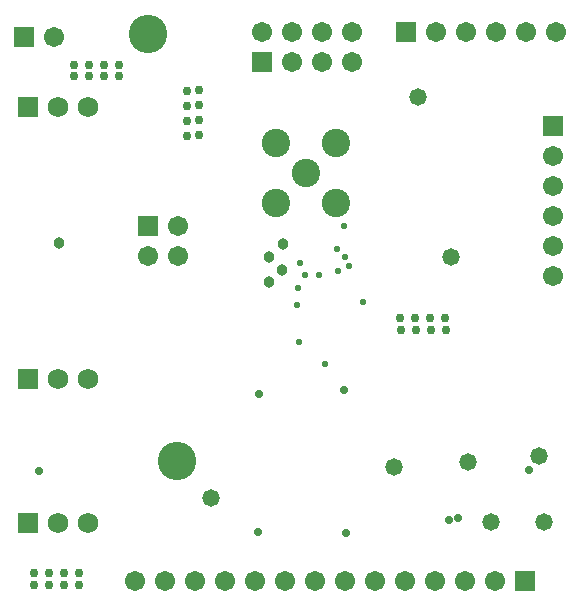
<source format=gbs>
G04*
G04 #@! TF.GenerationSoftware,Altium Limited,Altium Designer,18.0.11 (651)*
G04*
G04 Layer_Color=16711935*
%FSLAX25Y25*%
%MOIN*%
G70*
G01*
G75*
%ADD41R,0.06706X0.06706*%
%ADD42C,0.06706*%
%ADD43C,0.09461*%
%ADD44R,0.06706X0.06706*%
%ADD45C,0.06902*%
%ADD46R,0.06902X0.06902*%
%ADD47C,0.02800*%
%ADD48C,0.05800*%
%ADD49C,0.02300*%
%ADD50C,0.03000*%
%ADD51C,0.03800*%
%ADD52C,0.12800*%
D41*
X179055Y-192126D02*
D03*
X139528Y-9449D02*
D03*
X91575Y-19449D02*
D03*
X12126Y-11024D02*
D03*
D42*
X169055Y-192126D02*
D03*
X159055D02*
D03*
X149055D02*
D03*
X139055D02*
D03*
X129055D02*
D03*
X119055D02*
D03*
X109055D02*
D03*
X99055D02*
D03*
X89055D02*
D03*
X79055D02*
D03*
X69055D02*
D03*
X59055D02*
D03*
X49055D02*
D03*
X189528Y-9449D02*
D03*
X179528D02*
D03*
X169528D02*
D03*
X159528D02*
D03*
X149528D02*
D03*
X91575D02*
D03*
X101575Y-19449D02*
D03*
Y-9449D02*
D03*
X111575Y-19449D02*
D03*
Y-9449D02*
D03*
X121575Y-19449D02*
D03*
Y-9449D02*
D03*
X63490Y-84020D02*
D03*
X53490D02*
D03*
X63490Y-74020D02*
D03*
X188570Y-50472D02*
D03*
Y-60472D02*
D03*
Y-70472D02*
D03*
Y-80472D02*
D03*
Y-90472D02*
D03*
X22126Y-11024D02*
D03*
D43*
X96070Y-46340D02*
D03*
X116070D02*
D03*
Y-66340D02*
D03*
X96070D02*
D03*
X106070Y-56340D02*
D03*
D44*
X53490Y-74020D02*
D03*
X188570Y-40472D02*
D03*
D45*
X33465Y-124803D02*
D03*
X23465D02*
D03*
X33465Y-173000D02*
D03*
X23465D02*
D03*
X33465Y-34290D02*
D03*
X23465D02*
D03*
D46*
X13465Y-124803D02*
D03*
Y-173000D02*
D03*
Y-34290D02*
D03*
D47*
X119340Y-176190D02*
D03*
X180600Y-155150D02*
D03*
X118850Y-128590D02*
D03*
X17200Y-155660D02*
D03*
X90520Y-130040D02*
D03*
X90200Y-176110D02*
D03*
X156840Y-171150D02*
D03*
X153740Y-172090D02*
D03*
D48*
X167990Y-172600D02*
D03*
X183670Y-150780D02*
D03*
X143340Y-31060D02*
D03*
X154610Y-84280D02*
D03*
X185530Y-172450D02*
D03*
X74550Y-164570D02*
D03*
X135600Y-154290D02*
D03*
X160280Y-152620D02*
D03*
D49*
X110600Y-90150D02*
D03*
X105990Y-90380D02*
D03*
X104160Y-86150D02*
D03*
X116710Y-88900D02*
D03*
X119080Y-84270D02*
D03*
X120610Y-87230D02*
D03*
X103480Y-94720D02*
D03*
X103920Y-112690D02*
D03*
X103300Y-100290D02*
D03*
X125250Y-99410D02*
D03*
X112630Y-119980D02*
D03*
X118760Y-73820D02*
D03*
X116620Y-81630D02*
D03*
D50*
X30420Y-189620D02*
D03*
X25420D02*
D03*
X20420D02*
D03*
X15420D02*
D03*
X15510Y-193570D02*
D03*
X20510D02*
D03*
X25510D02*
D03*
X30510D02*
D03*
X66640Y-28800D02*
D03*
Y-33800D02*
D03*
Y-38800D02*
D03*
Y-43800D02*
D03*
X70590Y-43710D02*
D03*
Y-38710D02*
D03*
Y-33710D02*
D03*
Y-28710D02*
D03*
X43840Y-20160D02*
D03*
X38840D02*
D03*
X33840D02*
D03*
X28840D02*
D03*
X28930Y-24110D02*
D03*
X33930D02*
D03*
X38930D02*
D03*
X43930D02*
D03*
X152700Y-108610D02*
D03*
X147700D02*
D03*
X142700D02*
D03*
X137700D02*
D03*
X137610Y-104660D02*
D03*
X142610D02*
D03*
X147610D02*
D03*
X152610D02*
D03*
D51*
X93700Y-92630D02*
D03*
X93840Y-84370D02*
D03*
X98360Y-80110D02*
D03*
X98330Y-88600D02*
D03*
X23740Y-79490D02*
D03*
D52*
X53450Y-9830D02*
D03*
X63110Y-152160D02*
D03*
M02*

</source>
